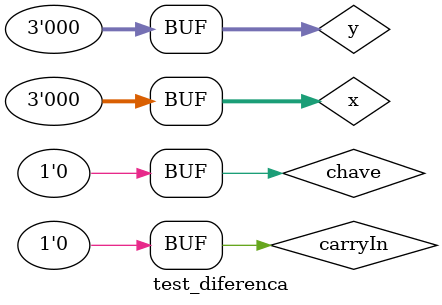
<source format=v>
module fullAdder (output s, output carryOut,input a, input b,input carryIn);

wire  p,q,w;

xor (p, a, b);
and (q, a,b);
xor (s, p, carryIn);
and (w, p, carryIn);

or  (carryOut, q,w);


endmodule

module fullAdder2 (output [2:0] soma, output  carryOut, input [2:0] a, input [2:0] b,input carryIn );

wire  c3, p, q;

          fullAdder  A (soma[0], p, a[0], b[0], carryIn);
	  fullAdder  B (soma[1], q, a[1], b[1], p);
	  fullAdder  C (soma[2], carryOut, a[2], b[2], q);

endmodule
// -------------------------
// full diff
// -------------------------
module diferenca (output diff, output carryOut, input a,input b, input carryIn);

	wire s1, s2, s3, c1, c2;

	xor (s1, a, b);
	not (s2, a);
	and (c1, s2, b);
	xor (diff, s1, carryIn);
	not (s3, s1);
	and (c2, s3, carryIn);
	or (carryOut, c1, c2);

endmodule

// -------------------------
// full Diff 3bits
// -------------------------
module diferenca2 (output [2:0] diff, output carryOut,input [2:0] a,input [2:0] b,input carryIn);
	wire  p, q;
	
	  diferenca  A (diff[0], p, a[0], b[0], carryIn);
	  diferenca  B (diff[1], q, a[1], b[1], p);
	  diferenca  C (diff[2], carryOut, a[2], b[2], q);
endmodule


module principal(output[2:0] saida, output carryOut, input[2:0] a,input[2:0] b, input carryIn, input chave);
	wire[2:0] s1, s2;
	wire c1, c2;
	
	diferenca2 FD1(s1,c1,a,b,carryIn);
	fullAdder2 FA1(s2,c2,a,b,carryIn);

	assign saida = chave? s1: s2;
	assign carryOut = chave? c1: c2;



endmodule


module test_diferenca;
	// ------------------------- definir dados
	reg [2:0] x;
	reg [2:0] y;
	reg chave;
	reg carryIn;
	wire carryOut;
	wire [2:0] saida, s;
	
	principal P( saida, carryOut,  x, y, carryIn,chave);
	// ------------------------- parte principal
	initial begin
		$display("Exemplo0026 - Thais Mairink - 441710");
		$display("");

		#1 x = 3'b000; y = 3'b000; carryIn = 0; chave = 1;
		
		$monitor ("%b - %b = %b chave:%b",x,y,saida, chave);
		#1 x = 3'b000; y = 3'b001;
		#1 x = 3'b001; y = 3'b000;
		#1 x = 3'b001; y = 3'b001;
		#1 x = 3'b001; y = 3'b011;
		#1 x = 3'b000; y = 3'b000;
		#1 x = 3'b011; y = 3'b110;
		#1 x = 3'b000; y = 3'b000;
		chave = 0;
		$monitor ("%b + %b = %b chave:%b",x,y,saida, chave);
		#1 x = 3'b000; y = 3'b000;
		#1 x = 3'b000; y = 3'b001;
		#1 x = 3'b001; y = 3'b000;
		#1 x = 3'b001; y = 3'b001;
		#1 x = 3'b001; y = 3'b011;
		#1 x = 3'b000; y = 3'b000;
		#1 x = 3'b011; y = 3'b110;
		#1 x = 3'b000; y = 3'b000;
	end
endmodule




</source>
